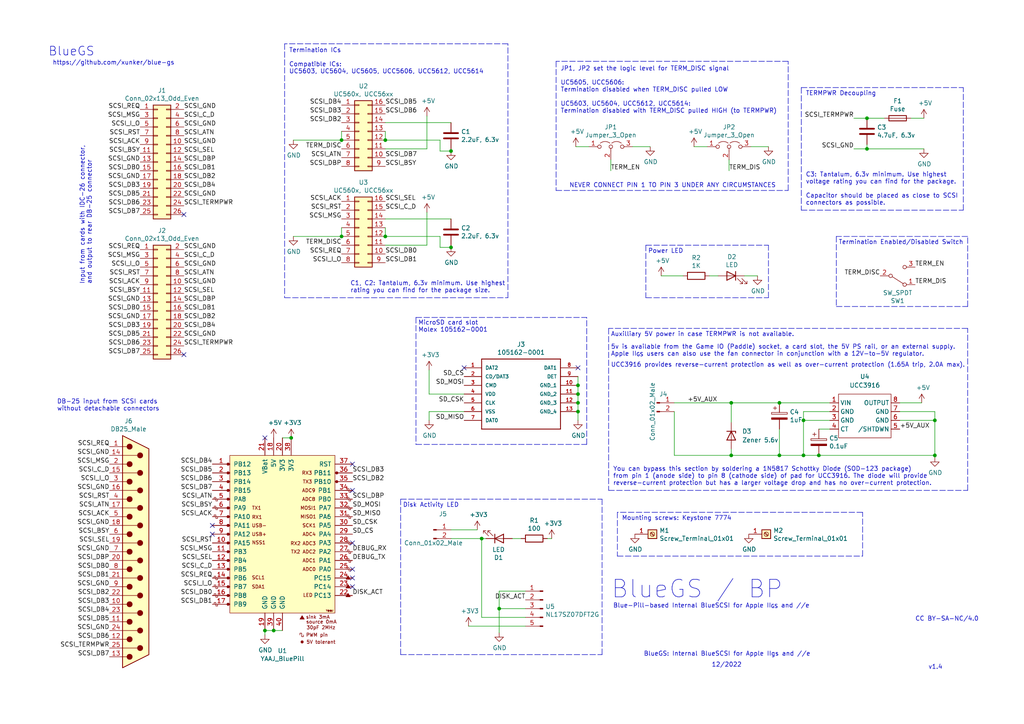
<source format=kicad_sch>
(kicad_sch (version 20211123) (generator eeschema)
  (paper "A4")
  (lib_symbols
    (symbol "105162-0001:105162-0001" (pin_names (offset 1.016))
      (property "Reference" "J" (at 29.21 7.62 0))
      (property "Value" "105162-0001" (at 29.21 5.08 0))
      (symbol "105162-0001_0_0"
        (pin bidirectional line (at 0 0 0) (length 5.08) (name "DAT2") (number "1"))
        (pin bidirectional line (at 33.02 -5.08 180) (length 5.08) (name "GND_1") (number "10"))
        (pin bidirectional line (at 33.02 -7.62 180) (length 5.08) (name "GND_2") (number "11"))
        (pin bidirectional line (at 33.02 -10.16 180) (length 5.08) (name "GND_3") (number "12"))
        (pin bidirectional line (at 33.02 -12.7 180) (length 5.08) (name "GND_4") (number "13"))
        (pin bidirectional line (at 0 -2.54 0) (length 5.08) (name "CD/DAT3") (number "2"))
        (pin bidirectional line (at 0 -5.08 0) (length 5.08) (name "CMD") (number "3"))
        (pin bidirectional line (at 0 -7.62 0) (length 5.08) (name "VDD") (number "4"))
        (pin bidirectional line (at 0 -10.16 0) (length 5.08) (name "CLK") (number "5"))
        (pin bidirectional line (at 0 -12.7 0) (length 5.08) (name "VSS") (number "6"))
        (pin bidirectional line (at 0 -15.24 0) (length 5.08) (name "DAT0") (number "7"))
        (pin bidirectional line (at 33.02 0 180) (length 5.08) (name "DAT1") (number "8"))
        (pin bidirectional line (at 33.02 -2.54 180) (length 5.08) (name "DET") (number "9"))
      )
    )
    (symbol "Connector:Conn_01x02_Male" (pin_names (offset 1.016) hide)
      (property "Reference" "J" (at 0 2.54 0))
      (property "Value" "Conn_01x02_Male" (at 0 -5.08 0))
      (symbol "Conn_01x02_Male_1_1"
        (pin passive line (at 5.08 0 180) (length 3.81) (name "Pin_1") (number "1"))
        (pin passive line (at 5.08 -2.54 180) (length 3.81) (name "Pin_2") (number "2"))
      )
    )
    (symbol "Connector:Conn_01x05_Male" (pin_names (offset 1.016) hide)
      (property "Reference" "J" (at 0 7.62 0))
      (property "Value" "Conn_01x05_Male" (at 0 -7.62 0))
      (symbol "Conn_01x05_Male_1_1"
        (pin passive line (at 5.08 5.08 180) (length 3.81) (name "Pin_1") (number "1"))
        (pin passive line (at 5.08 2.54 180) (length 3.81) (name "Pin_2") (number "2"))
        (pin passive line (at 5.08 0 180) (length 3.81) (name "Pin_3") (number "3"))
        (pin passive line (at 5.08 -2.54 180) (length 3.81) (name "Pin_4") (number "4"))
        (pin passive line (at 5.08 -5.08 180) (length 3.81) (name "Pin_5") (number "5"))
      )
    )
    (symbol "Connector:DB25_Male" (pin_names (offset 1.016) hide)
      (property "Reference" "J" (at 0 34.29 0))
      (property "Value" "DB25_Male" (at 0 -34.925 0))
      (symbol "DB25_Male_1_1"
        (pin passive line (at -7.62 -30.48 0) (length 3.81) (name "1") (number "1"))
        (pin passive line (at -7.62 15.24 0) (length 3.81) (name "10") (number "10"))
        (pin passive line (at -7.62 20.32 0) (length 3.81) (name "11") (number "11"))
        (pin passive line (at -7.62 25.4 0) (length 3.81) (name "12") (number "12"))
        (pin passive line (at -7.62 30.48 0) (length 3.81) (name "13") (number "13"))
        (pin passive line (at -7.62 -27.94 0) (length 3.81) (name "P14") (number "14"))
        (pin passive line (at -7.62 -22.86 0) (length 3.81) (name "P15") (number "15"))
        (pin passive line (at -7.62 -17.78 0) (length 3.81) (name "P16") (number "16"))
        (pin passive line (at -7.62 -12.7 0) (length 3.81) (name "P17") (number "17"))
        (pin passive line (at -7.62 -7.62 0) (length 3.81) (name "P18") (number "18"))
        (pin passive line (at -7.62 -2.54 0) (length 3.81) (name "P19") (number "19"))
        (pin passive line (at -7.62 -25.4 0) (length 3.81) (name "2") (number "2"))
        (pin passive line (at -7.62 2.54 0) (length 3.81) (name "P20") (number "20"))
        (pin passive line (at -7.62 7.62 0) (length 3.81) (name "P21") (number "21"))
        (pin passive line (at -7.62 12.7 0) (length 3.81) (name "P22") (number "22"))
        (pin passive line (at -7.62 17.78 0) (length 3.81) (name "P23") (number "23"))
        (pin passive line (at -7.62 22.86 0) (length 3.81) (name "P24") (number "24"))
        (pin passive line (at -7.62 27.94 0) (length 3.81) (name "P25") (number "25"))
        (pin passive line (at -7.62 -20.32 0) (length 3.81) (name "3") (number "3"))
        (pin passive line (at -7.62 -15.24 0) (length 3.81) (name "4") (number "4"))
        (pin passive line (at -7.62 -10.16 0) (length 3.81) (name "5") (number "5"))
        (pin passive line (at -7.62 -5.08 0) (length 3.81) (name "6") (number "6"))
        (pin passive line (at -7.62 0 0) (length 3.81) (name "7") (number "7"))
        (pin passive line (at -7.62 5.08 0) (length 3.81) (name "8") (number "8"))
        (pin passive line (at -7.62 10.16 0) (length 3.81) (name "9") (number "9"))
      )
    )
    (symbol "Connector:Screw_Terminal_01x01" (pin_names (offset 1.016) hide)
      (property "Reference" "J" (at 0 2.54 0))
      (property "Value" "Screw_Terminal_01x01" (at 0 -2.54 0))
      (symbol "Screw_Terminal_01x01_1_1"
        (pin passive line (at -5.08 0 0) (length 3.81) (name "Pin_1") (number "1"))
      )
    )
    (symbol "Connector_Generic:Conn_02x08_Counter_Clockwise" (pin_names (offset 1.016) hide)
      (property "Reference" "J" (at 1.27 10.16 0))
      (property "Value" "Conn_02x08_Counter_Clockwise" (at 1.27 -12.7 0))
      (symbol "Conn_02x08_Counter_Clockwise_1_1"
        (pin passive line (at -5.08 7.62 0) (length 3.81) (name "Pin_1") (number "1"))
        (pin passive line (at 7.62 -7.62 180) (length 3.81) (name "Pin_10") (number "10"))
        (pin passive line (at 7.62 -5.08 180) (length 3.81) (name "Pin_11") (number "11"))
        (pin passive line (at 7.62 -2.54 180) (length 3.81) (name "Pin_12") (number "12"))
        (pin passive line (at 7.62 0 180) (length 3.81) (name "Pin_13") (number "13"))
        (pin passive line (at 7.62 2.54 180) (length 3.81) (name "Pin_14") (number "14"))
        (pin passive line (at 7.62 5.08 180) (length 3.81) (name "Pin_15") (number "15"))
        (pin passive line (at 7.62 7.62 180) (length 3.81) (name "Pin_16") (number "16"))
        (pin passive line (at -5.08 5.08 0) (length 3.81) (name "Pin_2") (number "2"))
        (pin passive line (at -5.08 2.54 0) (length 3.81) (name "Pin_3") (number "3"))
        (pin passive line (at -5.08 0 0) (length 3.81) (name "Pin_4") (number "4"))
        (pin passive line (at -5.08 -2.54 0) (length 3.81) (name "Pin_5") (number "5"))
        (pin passive line (at -5.08 -5.08 0) (length 3.81) (name "Pin_6") (number "6"))
        (pin passive line (at -5.08 -7.62 0) (length 3.81) (name "Pin_7") (number "7"))
        (pin passive line (at -5.08 -10.16 0) (length 3.81) (name "Pin_8") (number "8"))
        (pin passive line (at 7.62 -10.16 180) (length 3.81) (name "Pin_9") (number "9"))
      )
    )
    (symbol "Connector_Generic:Conn_02x13_Odd_Even" (pin_names (offset 1.016) hide)
      (property "Reference" "J" (at 1.27 17.78 0))
      (property "Value" "Conn_02x13_Odd_Even" (at 1.27 -17.78 0))
      (symbol "Conn_02x13_Odd_Even_1_1"
        (pin passive line (at -5.08 15.24 0) (length 3.81) (name "Pin_1") (number "1"))
        (pin passive line (at 7.62 5.08 180) (length 3.81) (name "Pin_10") (number "10"))
        (pin passive line (at -5.08 2.54 0) (length 3.81) (name "Pin_11") (number "11"))
        (pin passive line (at 7.62 2.54 180) (length 3.81) (name "Pin_12") (number "12"))
        (pin passive line (at -5.08 0 0) (length 3.81) (name "Pin_13") (number "13"))
        (pin passive line (at 7.62 0 180) (length 3.81) (name "Pin_14") (number "14"))
        (pin passive line (at -5.08 -2.54 0) (length 3.81) (name "Pin_15") (number "15"))
        (pin passive line (at 7.62 -2.54 180) (length 3.81) (name "Pin_16") (number "16"))
        (pin passive line (at -5.08 -5.08 0) (length 3.81) (name "Pin_17") (number "17"))
        (pin passive line (at 7.62 -5.08 180) (length 3.81) (name "Pin_18") (number "18"))
        (pin passive line (at -5.08 -7.62 0) (length 3.81) (name "Pin_19") (number "19"))
        (pin passive line (at 7.62 15.24 180) (length 3.81) (name "Pin_2") (number "2"))
        (pin passive line (at 7.62 -7.62 180) (length 3.81) (name "Pin_20") (number "20"))
        (pin passive line (at -5.08 -10.16 0) (length 3.81) (name "Pin_21") (number "21"))
        (pin passive line (at 7.62 -10.16 180) (length 3.81) (name "Pin_22") (number "22"))
        (pin passive line (at -5.08 -12.7 0) (length 3.81) (name "Pin_23") (number "23"))
        (pin passive line (at 7.62 -12.7 180) (length 3.81) (name "Pin_24") (number "24"))
        (pin passive line (at -5.08 -15.24 0) (length 3.81) (name "Pin_25") (number "25"))
        (pin passive line (at 7.62 -15.24 180) (length 3.81) (name "Pin_26") (number "26"))
        (pin passive line (at -5.08 12.7 0) (length 3.81) (name "Pin_3") (number "3"))
        (pin passive line (at 7.62 12.7 180) (length 3.81) (name "Pin_4") (number "4"))
        (pin passive line (at -5.08 10.16 0) (length 3.81) (name "Pin_5") (number "5"))
        (pin passive line (at 7.62 10.16 180) (length 3.81) (name "Pin_6") (number "6"))
        (pin passive line (at -5.08 7.62 0) (length 3.81) (name "Pin_7") (number "7"))
        (pin passive line (at 7.62 7.62 180) (length 3.81) (name "Pin_8") (number "8"))
        (pin passive line (at -5.08 5.08 0) (length 3.81) (name "Pin_9") (number "9"))
      )
    )
    (symbol "Device:C" (pin_numbers hide) (pin_names (offset 0.254))
      (property "Reference" "C" (at 0.635 2.54 0))
      (property "Value" "C" (at 0.635 -2.54 0))
      (symbol "C_1_1"
        (pin passive line (at 0 3.81 270) (length 2.794) (name "~") (number "1"))
        (pin passive line (at 0 -3.81 90) (length 2.794) (name "~") (number "2"))
      )
    )
    (symbol "Device:D_Zener" (pin_numbers hide) (pin_names (offset 1.016) hide)
      (property "Reference" "D" (at 0 2.54 0))
      (property "Value" "D_Zener" (at 0 -2.54 0))
      (symbol "D_Zener_1_1"
        (pin passive line (at -3.81 0 0) (length 2.54) (name "K") (number "1"))
        (pin passive line (at 3.81 0 180) (length 2.54) (name "A") (number "2"))
      )
    )
    (symbol "Device:Fuse" (pin_numbers hide) (pin_names (offset 0))
      (property "Reference" "F" (at 2.032 0 90))
      (property "Value" "Fuse" (at -1.905 0 90))
      (symbol "Fuse_1_1"
        (pin passive line (at 0 3.81 270) (length 1.27) (name "~") (number "1"))
        (pin passive line (at 0 -3.81 90) (length 1.27) (name "~") (number "2"))
      )
    )
    (symbol "Device:LED" (pin_numbers hide) (pin_names (offset 1.016) hide)
      (property "Reference" "D" (at 0 2.54 0))
      (property "Value" "LED" (at 0 -2.54 0))
      (symbol "LED_1_1"
        (pin passive line (at -3.81 0 0) (length 2.54) (name "K") (number "1"))
        (pin passive line (at 3.81 0 180) (length 2.54) (name "A") (number "2"))
      )
    )
    (symbol "Device:R" (pin_numbers hide) (pin_names (offset 0))
      (property "Reference" "R" (at 2.032 0 90))
      (property "Value" "R" (at 0 0 90))
      (symbol "R_1_1"
        (pin passive line (at 0 3.81 270) (length 1.27) (name "~") (number "1"))
        (pin passive line (at 0 -3.81 90) (length 1.27) (name "~") (number "2"))
      )
    )
    (symbol "Power_Management:UCC3916"
      (property "Reference" "U" (at 0 2.54 0))
      (property "Value" "UCC3916" (at 0 5.08 0))
      (symbol "UCC3916_1_1"
        (pin input line (at -10.16 -1.27 0) (length 2.54) (name "VIN") (number "1"))
        (pin output line (at -10.16 -3.81 0) (length 2.54) (name "GND") (number "2"))
        (pin output line (at -10.16 -6.35 0) (length 2.54) (name "GND") (number "3"))
        (pin bidirectional line (at -10.16 -8.89 0) (length 2.54) (name "CT") (number "4"))
        (pin input line (at 10.16 -8.89 180) (length 2.54) (name "/SHTDWN") (number "5"))
        (pin output line (at 10.16 -6.35 180) (length 2.54) (name "GND") (number "6"))
        (pin output line (at 10.16 -3.81 180) (length 2.54) (name "GND") (number "7"))
        (pin output line (at 10.16 -1.27 180) (length 2.54) (name "OUTPUT") (number "8"))
      )
    )
    (symbol "Switch:SW_SPDT" (pin_names (offset 0) hide)
      (property "Reference" "SW" (at 0 4.318 0))
      (property "Value" "SW_SPDT" (at 0 -5.08 0))
      (symbol "SW_SPDT_1_1"
        (pin passive line (at 5.08 2.54 180) (length 2.54) (name "A") (number "1"))
        (pin passive line (at -5.08 0 0) (length 2.54) (name "B") (number "2"))
        (pin passive line (at 5.08 -2.54 180) (length 2.54) (name "C") (number "3"))
      )
    )
    (symbol "bluescsi_iigs_internal-rescue:CP-Device" (pin_numbers hide) (pin_names (offset 0.254))
      (property "Reference" "C" (at 0.635 2.54 0))
      (property "Value" "CP-Device" (at 0.635 -2.54 0))
      (symbol "CP-Device_1_1"
        (pin passive line (at 0 3.81 270) (length 2.794) (name "~") (number "1"))
        (pin passive line (at 0 -3.81 90) (length 2.794) (name "~") (number "2"))
      )
    )
    (symbol "bluescsi_iigs_internal-rescue:Jumper_3_Open-Jumper" (pin_names (offset 0) hide)
      (property "Reference" "JP" (at -2.54 -2.54 0))
      (property "Value" "Jumper_3_Open-Jumper" (at 0 2.794 0))
      (symbol "Jumper_3_Open-Jumper_1_1"
        (pin passive line (at -6.35 0 0) (length 2.54) (name "A") (number "1"))
        (pin input line (at 0 -3.81 90) (length 2.54) (name "C") (number "2"))
        (pin passive line (at 6.35 0 180) (length 2.54) (name "B") (number "3"))
      )
    )
    (symbol "bluescsi_iigs_internal-rescue:YAAJ_BluePill-MCU_ST_STM32F1" (pin_names (offset 1.016))
      (property "Reference" "U" (at -13.97 24.13 0))
      (property "Value" "YAAJ_BluePill-MCU_ST_STM32F1" (at 0 6.35 90))
      (symbol "YAAJ_BluePill-MCU_ST_STM32F1_0_0"
        (text "30pF 2MHz" (at 11.176 -27.051 0) (effects (font (size 0.9906 0.9906))))
        (text "5V tolerant" (at 11.176 -31.242 0) (effects (font (size 0.9906 0.9906))))
        (text "ADC0" (at 7.747 -10.16 0) (effects (font (size 0.9906 0.9906))))
        (text "ADC1" (at 7.747 -7.62 0) (effects (font (size 0.9906 0.9906))))
        (text "ADC2" (at 7.747 -5.08 0) (effects (font (size 0.9906 0.9906))))
        (text "ADC3" (at 7.747 -2.667 0) (effects (font (size 0.9906 0.9906))))
        (text "ADC4" (at 7.747 0 0) (effects (font (size 0.9906 0.9906))))
        (text "ADC8" (at 7.62 10.16 0) (effects (font (size 0.9906 0.9906))))
        (text "ADC9" (at 7.62 12.7 0) (effects (font (size 0.9906 0.9906))))
        (text "LED" (at 7.366 -17.653 0) (effects (font (size 0.9906 0.9906))))
        (text "MISO1" (at 7.493 5.08 0) (effects (font (size 0.9906 0.9906))))
        (text "MOSI1" (at 7.493 7.62 0) (effects (font (size 0.9906 0.9906))))
        (text "NSS1" (at -6.858 -2.413 0) (effects (font (size 0.9906 0.9906))))
        (text "PWM pin" (at 10.033 -29.21 0) (effects (font (size 0.9906 0.9906))))
        (text "RX1" (at -7.366 4.953 0) (effects (font (size 0.9906 0.9906))))
        (text "RX2" (at 3.81 -2.667 0) (effects (font (size 0.9906 0.9906))))
        (text "RX3" (at 7.112 17.78 0) (effects (font (size 0.9906 0.9906))))
        (text "SCK1" (at 7.747 2.54 0) (effects (font (size 0.9906 0.9906))))
        (text "SCL1" (at -6.985 -12.573 0) (effects (font (size 0.9906 0.9906))))
        (text "SDA1" (at -6.985 -15.24 0) (effects (font (size 0.9906 0.9906))))
        (text "sink 3mA" (at 10.287 -24.003 0) (effects (font (size 0.9906 0.9906))))
        (text "source 0mA" (at 11.303 -25.4 0) (effects (font (size 0.9906 0.9906))))
        (text "TX1" (at -7.493 7.62 0) (effects (font (size 0.9906 0.9906))))
        (text "TX2" (at 3.81 -5.08 0) (effects (font (size 0.9906 0.9906))))
        (text "TX3" (at 7.239 15.24 0) (effects (font (size 0.9906 0.9906))))
        (text "USB+" (at -6.731 0 0) (effects (font (size 0.9906 0.9906))))
        (text "USB-" (at -6.731 2.54 0) (effects (font (size 0.9906 0.9906))))
        (text "Y@@J" (at 13.6906 -22.1488 0) (effects (font (size 0.508 0.508))))
      )
      (symbol "YAAJ_BluePill-MCU_ST_STM32F1_1_1"
        (pin bidirectional line (at -20.32 20.32 0) (length 5.08) (name "PB12") (number "1"))
        (pin bidirectional line (at -20.32 -2.54 0) (length 5.08) (name "PA15") (number "10"))
        (pin bidirectional line (at -20.32 -5.08 0) (length 5.08) (name "PB3") (number "11"))
        (pin bidirectional line (at -20.32 -7.62 0) (length 5.08) (name "PB4") (number "12"))
        (pin bidirectional line (at -20.32 -10.16 0) (length 5.08) (name "PB5") (number "13"))
        (pin bidirectional line (at -20.32 -12.7 0) (length 5.08) (name "PB6") (number "14"))
        (pin bidirectional line (at -20.32 -15.24 0) (length 5.08) (name "PB7") (number "15"))
        (pin bidirectional line (at -20.32 -17.78 0) (length 5.08) (name "PB8") (number "16"))
        (pin bidirectional line (at -20.32 -20.32 0) (length 5.08) (name "PB9") (number "17"))
        (pin power_in line (at -2.54 27.94 270) (length 5.08) (name "5V") (number "18"))
        (pin power_in line (at -5.08 -27.94 90) (length 5.08) (name "GND") (number "19"))
        (pin bidirectional line (at -20.32 17.78 0) (length 5.08) (name "PB13") (number "2"))
        (pin power_in line (at 0 27.94 270) (length 5.08) (name "3V3") (number "20"))
        (pin power_in line (at -5.08 27.94 270) (length 5.08) (name "VBat") (number "21"))
        (pin bidirectional line (at 20.32 -17.78 180) (length 5.08) (name "PC13") (number "22"))
        (pin bidirectional line (at 20.32 -15.24 180) (length 5.08) (name "PC14") (number "23"))
        (pin bidirectional line (at 20.32 -12.7 180) (length 5.08) (name "PC15") (number "24"))
        (pin bidirectional line (at 20.32 -10.16 180) (length 5.08) (name "PA0") (number "25"))
        (pin bidirectional line (at 20.32 -7.62 180) (length 5.08) (name "PA1") (number "26"))
        (pin bidirectional line (at 20.32 -5.08 180) (length 5.08) (name "PA2") (number "27"))
        (pin bidirectional line (at 20.32 -2.54 180) (length 5.08) (name "PA3") (number "28"))
        (pin bidirectional line (at 20.32 0 180) (length 5.08) (name "PA4") (number "29"))
        (pin bidirectional line (at -20.32 15.24 0) (length 5.08) (name "PB14") (number "3"))
        (pin bidirectional line (at 20.32 2.54 180) (length 5.08) (name "PA5") (number "30"))
        (pin bidirectional line (at 20.32 5.08 180) (length 5.08) (name "PA6") (number "31"))
        (pin bidirectional line (at 20.32 7.62 180) (length 5.08) (name "PA7") (number "32"))
        (pin bidirectional line (at 20.32 10.16 180) (length 5.08) (name "PB0") (number "33"))
        (pin bidirectional line (at 20.32 12.7 180) (length 5.08) (name "PB1") (number "34"))
        (pin bidirectional line (at 20.32 15.24 180) (length 5.08) (name "PB10") (number "35"))
        (pin bidirectional line (at 20.32 17.78 180) (length 5.08) (name "PB11") (number "36"))
        (pin input line (at 20.32 20.32 180) (length 5.08) (name "RST") (number "37"))
        (pin power_in line (at 2.54 27.94 270) (length 5.08) (name "3V3") (number "38"))
        (pin power_in line (at -2.54 -27.94 90) (length 5.08) (name "GND") (number "39"))
        (pin bidirectional line (at -20.32 12.7 0) (length 5.08) (name "PB15") (number "4"))
        (pin power_in line (at 0 -27.94 90) (length 5.08) (name "GND") (number "40"))
        (pin bidirectional line (at -20.32 10.16 0) (length 5.08) (name "PA8") (number "5"))
        (pin bidirectional line (at -20.32 7.62 0) (length 5.08) (name "PA9") (number "6"))
        (pin bidirectional line (at -20.32 5.08 0) (length 5.08) (name "PA10") (number "7"))
        (pin bidirectional line (at -20.32 2.54 0) (length 5.08) (name "PA11") (number "8"))
        (pin bidirectional line (at -20.32 0 0) (length 5.08) (name "PA12") (number "9"))
      )
    )
    (symbol "power:+3.3V" (power) (pin_names (offset 0))
      (property "Value" "+3.3V" (at 0 3.556 0))
      (symbol "+3.3V_1_1"
        (pin power_in line (at 0 0 90) (length 0) hide (name "+3V3") (number "1"))
      )
    )
    (symbol "power:+5V" (power) (pin_names (offset 0))
      (property "Value" "+5V" (at 0 3.556 0))
      (symbol "+5V_1_1"
        (pin power_in line (at 0 0 90) (length 0) hide (name "+5V") (number "1"))
      )
    )
    (symbol "power:GND" (power) (pin_names (offset 0))
      (property "Value" "GND" (at 0 -3.81 0))
      (symbol "GND_1_1"
        (pin power_in line (at 0 0 270) (length 0) hide (name "GND") (number "1"))
      )
    )
  )
  (junction (at 130.81 71.755))
  (junction (at 130.81 43.815))
  (junction (at 251.46 43.18))
  (junction (at 167.64 119.38))
  (junction (at 99.06 40.64))
  (junction (at 111.76 68.58))
  (junction (at 233.045 121.92))
  (junction (at 139.7 156.21))
  (junction (at 167.64 114.3))
  (junction (at 111.76 40.64))
  (junction (at 226.06 116.84))
  (junction (at 144.78 176.53))
  (junction (at 99.06 68.58))
  (junction (at 167.64 116.84))
  (junction (at 251.46 34.29))
  (junction (at 76.835 182.88))
  (junction (at 271.145 121.92))
  (junction (at 271.145 132.08))
  (junction (at 233.045 132.08))
  (junction (at 226.06 132.08))
  (junction (at 79.375 182.88))
  (junction (at 84.455 127))
  (junction (at 167.64 111.76))
  (junction (at 212.09 132.08))
  (junction (at 237.49 132.08))
  (junction (at 212.09 116.84))
  (no_connect (at 53.34 62.23))
  (no_connect (at 53.34 102.87))
  (no_connect (at 76.835 127))
  (no_connect (at 61.595 154.94))
  (no_connect (at 102.235 157.48))
  (no_connect (at 102.235 142.24))
  (no_connect (at 134.62 106.68))
  (no_connect (at 102.235 170.18))
  (no_connect (at 102.235 134.62))
  (no_connect (at 61.595 152.4))
  (no_connect (at 167.64 106.68))
  (no_connect (at 102.235 167.64))
  (no_connect (at 102.235 165.1))
  (wire (pts (xy 212.09 116.84) (xy 226.06 116.84)))
  (polyline (pts (xy 228.6 55.245) (xy 228.6 17.78)))
  (wire (pts (xy 111.76 66.04) (xy 111.76 68.58)))
  (wire (pts (xy 99.06 38.1) (xy 99.06 40.64)))
  (polyline (pts (xy 222.885 86.36) (xy 222.885 71.12)))
  (polyline (pts (xy 116.205 144.78) (xy 116.205 189.865)))
  (wire (pts (xy 237.49 132.08) (xy 271.145 132.08)))
  (polyline (pts (xy 116.205 144.78) (xy 174.625 144.78)))
  (polyline (pts (xy 228.6 17.78) (xy 161.29 17.78)))
  (polyline (pts (xy 116.205 189.865) (xy 174.625 189.865)))
  (wire (pts (xy 251.46 41.91) (xy 251.46 43.18)))
  (wire (pts (xy 260.985 116.84) (xy 267.335 116.84)))
  (polyline (pts (xy 280.67 68.58) (xy 242.57 68.58)))
  (wire (pts (xy 217.805 42.545) (xy 222.885 42.545)))
  (wire (pts (xy 271.145 132.715) (xy 271.145 132.08)))
  (wire (pts (xy 183.515 42.545) (xy 188.595 42.545)))
  (polyline (pts (xy 242.57 68.58) (xy 242.57 88.9)))
  (polyline (pts (xy 170.18 128.905) (xy 170.18 92.075)))
  (wire (pts (xy 264.16 34.29) (xy 267.97 34.29)))
  (wire (pts (xy 195.58 132.08) (xy 195.58 119.38)))
  (wire (pts (xy 167.64 114.3) (xy 167.64 116.84)))
  (wire (pts (xy 233.045 132.08) (xy 237.49 132.08)))
  (wire (pts (xy 212.09 130.175) (xy 212.09 132.08)))
  (wire (pts (xy 233.045 121.92) (xy 233.045 132.08)))
  (polyline (pts (xy 179.07 161.29) (xy 250.19 161.29)))
  (wire (pts (xy 226.06 124.46) (xy 226.06 132.08)))
  (wire (pts (xy 127.635 68.58) (xy 127.635 71.755)))
  (wire (pts (xy 111.76 71.12) (xy 123.825 71.12)))
  (wire (pts (xy 79.375 182.88) (xy 81.915 182.88)))
  (polyline (pts (xy 174.625 189.865) (xy 174.625 144.78)))
  (polyline (pts (xy 187.325 86.36) (xy 222.885 86.36)))
  (polyline (pts (xy 120.65 128.905) (xy 170.18 128.905)))
  (wire (pts (xy 76.835 182.88) (xy 76.835 184.15)))
  (wire (pts (xy 226.06 132.08) (xy 233.045 132.08)))
  (wire (pts (xy 233.045 119.38) (xy 240.665 119.38)))
  (wire (pts (xy 111.76 35.56) (xy 130.81 35.56)))
  (wire (pts (xy 201.295 42.545) (xy 205.105 42.545)))
  (polyline (pts (xy 187.325 71.12) (xy 222.885 71.12)))
  (polyline (pts (xy 279.4 60.96) (xy 279.4 25.4)))
  (wire (pts (xy 130.81 43.18) (xy 130.81 43.815)))
  (wire (pts (xy 167.64 119.38) (xy 167.64 121.92)))
  (wire (pts (xy 167.64 111.76) (xy 167.64 114.3)))
  (wire (pts (xy 111.76 40.64) (xy 127.635 40.64)))
  (wire (pts (xy 130.81 71.12) (xy 130.81 71.755)))
  (polyline (pts (xy 187.325 71.12) (xy 187.325 86.36)))
  (wire (pts (xy 152.4 176.53) (xy 144.78 176.53)))
  (polyline (pts (xy 176.53 95.25) (xy 176.53 142.24)))
  (wire (pts (xy 251.46 34.29) (xy 256.54 34.29)))
  (wire (pts (xy 226.06 116.84) (xy 240.665 116.84)))
  (wire (pts (xy 177.165 49.53) (xy 177.165 46.355)))
  (wire (pts (xy 198.12 80.01) (xy 191.77 80.01)))
  (wire (pts (xy 111.76 43.18) (xy 123.825 43.18)))
  (polyline (pts (xy 232.41 25.4) (xy 279.4 25.4)))
  (polyline (pts (xy 161.29 17.78) (xy 161.29 55.245)))
  (wire (pts (xy 139.7 179.07) (xy 139.7 156.21)))
  (wire (pts (xy 135.89 181.61) (xy 152.4 181.61)))
  (polyline (pts (xy 161.29 55.245) (xy 228.6 55.245)))
  (polyline (pts (xy 147.32 86.36) (xy 147.32 12.7)))
  (wire (pts (xy 158.75 156.21) (xy 160.02 156.21)))
  (polyline (pts (xy 280.67 95.25) (xy 176.53 95.25)))
  (wire (pts (xy 111.76 38.1) (xy 111.76 40.64)))
  (wire (pts (xy 167.64 109.22) (xy 167.64 111.76)))
  (wire (pts (xy 144.78 171.45) (xy 144.78 176.53)))
  (wire (pts (xy 139.7 156.21) (xy 140.97 156.21)))
  (wire (pts (xy 233.045 121.92) (xy 240.665 121.92)))
  (wire (pts (xy 152.4 179.07) (xy 139.7 179.07)))
  (polyline (pts (xy 250.19 161.29) (xy 250.19 148.59)))
  (wire (pts (xy 99.06 66.04) (xy 99.06 68.58)))
  (wire (pts (xy 237.49 124.46) (xy 240.665 124.46)))
  (polyline (pts (xy 280.67 88.9) (xy 280.67 68.58)))
  (wire (pts (xy 271.145 121.92) (xy 271.145 119.38)))
  (wire (pts (xy 211.455 49.53) (xy 211.455 46.355)))
  (polyline (pts (xy 232.41 60.96) (xy 279.4 60.96)))
  (wire (pts (xy 212.09 122.555) (xy 212.09 116.84)))
  (wire (pts (xy 260.985 121.92) (xy 271.145 121.92)))
  (wire (pts (xy 123.825 33.655) (xy 123.825 43.18)))
  (wire (pts (xy 260.985 119.38) (xy 271.145 119.38)))
  (wire (pts (xy 130.81 156.21) (xy 139.7 156.21)))
  (wire (pts (xy 195.58 132.08) (xy 212.09 132.08)))
  (wire (pts (xy 85.09 68.58) (xy 99.06 68.58)))
  (wire (pts (xy 127.635 43.815) (xy 130.81 43.815)))
  (wire (pts (xy 271.145 132.08) (xy 271.145 121.92)))
  (wire (pts (xy 152.4 171.45) (xy 144.78 171.45)))
  (wire (pts (xy 167.64 116.84) (xy 167.64 119.38)))
  (polyline (pts (xy 120.65 92.075) (xy 170.18 92.075)))
  (wire (pts (xy 195.58 116.84) (xy 212.09 116.84)))
  (polyline (pts (xy 179.07 148.59) (xy 179.07 161.29)))
  (wire (pts (xy 233.045 119.38) (xy 233.045 121.92)))
  (wire (pts (xy 124.46 107.315) (xy 124.46 114.3)))
  (polyline (pts (xy 280.67 142.24) (xy 280.67 95.25)))
  (wire (pts (xy 130.81 153.67) (xy 138.43 153.67)))
  (polyline (pts (xy 82.55 86.36) (xy 147.32 86.36)))
  (wire (pts (xy 212.09 132.08) (xy 226.06 132.08)))
  (wire (pts (xy 81.915 127) (xy 84.455 127)))
  (wire (pts (xy 134.62 119.38) (xy 124.46 119.38)))
  (polyline (pts (xy 250.19 148.59) (xy 179.07 148.59)))
  (polyline (pts (xy 242.57 88.9) (xy 280.67 88.9)))
  (wire (pts (xy 127.635 71.755) (xy 130.81 71.755)))
  (polyline (pts (xy 120.65 92.075) (xy 120.65 128.905)))
  (polyline (pts (xy 82.55 12.7) (xy 82.55 86.36)))
  (polyline (pts (xy 232.41 25.4) (xy 232.41 60.96)))
  (wire (pts (xy 124.46 119.38) (xy 124.46 121.92)))
  (polyline (pts (xy 176.53 142.24) (xy 280.67 142.24)))
  (wire (pts (xy 167.005 42.545) (xy 170.815 42.545)))
  (wire (pts (xy 247.65 43.18) (xy 251.46 43.18)))
  (wire (pts (xy 144.78 176.53) (xy 144.78 183.515)))
  (wire (pts (xy 251.46 43.18) (xy 267.97 43.18)))
  (wire (pts (xy 205.74 80.01) (xy 208.28 80.01)))
  (polyline (pts (xy 147.32 12.7) (xy 82.55 12.7)))
  (wire (pts (xy 148.59 156.21) (xy 151.13 156.21)))
  (wire (pts (xy 123.825 71.12) (xy 123.825 61.595)))
  (wire (pts (xy 247.65 34.29) (xy 251.46 34.29)))
  (wire (pts (xy 127.635 40.64) (xy 127.635 43.815)))
  (wire (pts (xy 76.835 182.88) (xy 79.375 182.88)))
  (wire (pts (xy 124.46 114.3) (xy 134.62 114.3)))
  (wire (pts (xy 215.9 80.01) (xy 219.71 80.01)))
  (wire (pts (xy 111.76 63.5) (xy 130.81 63.5)))
  (wire (pts (xy 111.76 68.58) (xy 127.635 68.58)))
  (wire (pts (xy 85.09 40.64) (xy 99.06 40.64)))
  (text "C3: Tantalum, 6.3v minimum. Use highest\nvoltage rating you can find for the package.\n\nCapacitor should be placed as close to SCSI\nconnectors as possible." (at 233.68 59.69 0) (effects (font (size 1.27 1.27)) (justify left bottom)))
  (text "BlueGS" (at 13.97 16.51 0) (effects (font (size 2.54 2.54)) (justify left bottom)))
  (text "NEVER CONNECT PIN 1 TO PIN 3 UNDER ANY CIRCUMSTANCES" (at 165.1 54.61 0) (effects (font (size 1.27 1.27)) (justify left bottom)))
  (text "Termination Enabled/Disabled Switch" (at 243.205 71.12 0) (effects (font (size 1.27 1.27)) (justify left bottom)))
  (text "5v is available from the Game IO (Paddle) socket, a card slot, the 5V PS rail, or an external supply.\nApple II_{GS} users can also use the fan connector in conjunction with a 12V-to-5V regulator. " (at 177.165 103.505 0) (effects (font (size 1.27 1.27)) (justify left bottom)))
  (text "BlueGS / BP" (at 177.165 173.99 0) (effects (font (size 5.08 5.08)) (justify left bottom)))
  (text "12/2022" (at 206.375 193.675 0) (effects (font (size 1.27 1.27)) (justify left bottom)))
  (text "Power LED" (at 187.96 73.66 0) (effects (font (size 1.27 1.27)) (justify left bottom)))
  (text "https://github.com/xunker/blue-gs" (at 15.24 19.05 0) (effects (font (size 1.27 1.27)) (justify left bottom)))
  (text "CC BY-SA-NC/4.0" (at 265.43 180.34 0) (effects (font (size 1.27 1.27)) (justify left bottom)))
  (text "JP1, JP2 set the logic level for TERM_DISC signal\n\nUC5605, UCC5606:\nTermination disabled when TERM_DISC pulled LOW\n\nUC5603, UC5604, UCC5612, UCC5614:\nTermination disabled with TERM_DISC pulled HIGH (to TERMPWR)" (at 162.56 33.02 0) (effects (font (size 1.27 1.27)) (justify left bottom)))
  (text "DB-25 input from SCSI cards\nwithout detachable connectors" (at 16.51 119.38 0) (effects (font (size 1.27 1.27)) (justify left bottom)))
  (text "UCC3916 provides reverse-current protection as well as over-current protection (1.65A trip, 2.0A max)." (at 177.165 106.68 0) (effects (font (size 1.27 1.27)) (justify left bottom)))
  (text "C1, C2: Tantalum, 6.3v minimum. Use highest\nrating you can find for the package size.\n" (at 101.6 85.09 0) (effects (font (size 1.27 1.27)) (justify left bottom)))
  (text "You can bypass this section by soldering a 1N5817 Schottky Diode (SOD-123 package)\nfrom pin 1 (anode side) to pin 8 (cathode side) of pad for UCC3916. The diode will provide\nreverse-current protection but has a larger voltage drop and has no over-current protection." (at 177.8 140.97 0) (effects (font (size 1.27 1.27)) (justify left bottom)))
  (text "Mounting screws: Keystone 7774" (at 180.34 151.13 0) (effects (font (size 1.27 1.27)) (justify left bottom)))
  (text "Auxilliary 5V power in case TERMPWR is not available." (at 177.165 97.79 0) (effects (font (size 1.27 1.27)) (justify left bottom)))
  (text "Blue-Pill-based Internal BlueSCSI for Apple II_{GS} and //e" (at 177.8 176.53 0) (effects (font (size 1.27 1.27)) (justify left bottom)))
  (text "BlueGS: Internal BlueSCSI for Apple IIgs and //e" (at 186.69 190.5 0) (effects (font (size 1.27 1.27)) (justify left bottom)))
  (text "Disk Activity LED" (at 116.84 147.32 0) (effects (font (size 1.27 1.27)) (justify left bottom)))
  (text "Input from cards with IDC-26 connector,\nand output to rear DB-25 connector" (at 26.67 82.55 90) (effects (font (size 1.27 1.27)) (justify left bottom)))
  (text "MicroSD card slot\nMolex 105162-0001" (at 121.285 96.52 0) (effects (font (size 1.27 1.27)) (justify left bottom)))
  (text "TERMPWR Decoupling" (at 233.68 27.94 0) (effects (font (size 1.27 1.27)) (justify left bottom)))
  (text "Termination ICs\n\nCompatible ICs:\nUC5603, UC5604, UC5605, UCC5606, UCC5612, UCC5614" (at 83.82 21.59 0) (effects (font (size 1.27 1.27)) (justify left bottom)))
  (text "v1.4" (at 269.24 194.31 0) (effects (font (size 1.27 1.27)) (justify left bottom)))
  (label "SCSI_GND" (at 53.34 31.75 0))
  (label "SCSI_DB2" (at 102.235 139.7 0))
  (label "SCSI_DB6" (at 40.64 100.33 180))
  (label "SCSI_DB4" (at 53.34 95.25 0))
  (label "SD_MOSI" (at 102.235 147.32 0))
  (label "SCSI_MSG" (at 31.75 134.62 180))
  (label "SCSI_C_D" (at 111.76 60.96 0))
  (label "SCSI_GND" (at 31.75 142.24 180))
  (label "SCSI_GND" (at 40.64 46.99 180))
  (label "SCSI_GND" (at 53.34 36.83 0))
  (label "TERM_EN" (at 265.43 77.47 0))
  (label "SCSI_DB7" (at 40.64 62.23 180))
  (label "SCSI_DB1" (at 53.34 49.53 0))
  (label "SCSI_DB3" (at 102.235 137.16 0))
  (label "+5V_AUX" (at 260.985 124.46 0))
  (label "SCSI_TERMPWR" (at 53.34 100.33 0))
  (label "SCSI_DB0" (at 31.75 165.1 180))
  (label "SCSI_DB2" (at 99.06 35.56 180))
  (label "SCSI_BSY" (at 61.595 147.32 180))
  (label "SCSI_RST" (at 40.64 80.01 180))
  (label "SCSI_TERMPWR" (at 31.75 187.96 180))
  (label "SCSI_GND" (at 53.34 41.91 0))
  (label "SCSI_I_O" (at 31.75 139.7 180))
  (label "SCSI_ATN" (at 53.34 80.01 0))
  (label "SCSI_DB1" (at 111.76 76.2 0))
  (label "SCSI_BSY" (at 40.64 44.45 180))
  (label "SCSI_DB5" (at 40.64 97.79 180))
  (label "DISK_ACT" (at 102.235 172.72 0))
  (label "SCSI_REQ" (at 40.64 72.39 180))
  (label "SCSI_I_O" (at 40.64 36.83 180))
  (label "SCSI_SEL" (at 111.76 58.42 0))
  (label "SCSI_I_O" (at 61.595 170.18 180))
  (label "SCSI_DB6" (at 61.595 139.7 180))
  (label "TERM_DIS" (at 265.43 82.55 0))
  (label "SCSI_DB4" (at 53.34 54.61 0))
  (label "SCSI_GND" (at 40.64 87.63 180))
  (label "SD_MISO" (at 102.235 149.86 0))
  (label "SCSI_GND" (at 40.64 92.71 180))
  (label "SCSI_C_D" (at 53.34 74.93 0))
  (label "SD_CSK" (at 134.62 116.84 180))
  (label "SCSI_REQ" (at 99.06 73.66 180))
  (label "DEBUG_RX" (at 102.235 160.02 0))
  (label "SCSI_RST" (at 61.595 157.48 180))
  (label "SCSI_DB2" (at 53.34 92.71 0))
  (label "SCSI_DB0" (at 111.76 73.66 0))
  (label "TERM_DIS" (at 211.455 49.53 0))
  (label "TERM_DISC" (at 255.27 80.01 180))
  (label "SCSI_MSG" (at 99.06 63.5 180))
  (label "SCSI_GND" (at 53.34 57.15 0))
  (label "SD_MISO" (at 134.62 121.92 180))
  (label "SCSI_DB4" (at 61.595 134.62 180))
  (label "SCSI_MSG" (at 40.64 34.29 180))
  (label "SCSI_DBP" (at 53.34 87.63 0))
  (label "SCSI_TERMPWR" (at 53.34 59.69 0))
  (label "SCSI_C_D" (at 53.34 34.29 0))
  (label "SCSI_ATN" (at 61.595 144.78 180))
  (label "SCSI_RST" (at 31.75 144.78 180))
  (label "SCSI_DB6" (at 111.76 33.02 0))
  (label "SCSI_REQ" (at 61.595 167.64 180))
  (label "SCSI_DB3" (at 40.64 95.25 180))
  (label "SCSI_I_O" (at 99.06 76.2 180))
  (label "SCSI_DB2" (at 53.34 52.07 0))
  (label "SD_CS" (at 102.235 154.94 0))
  (label "SCSI_DB5" (at 40.64 57.15 180))
  (label "SCSI_GND" (at 53.34 72.39 0))
  (label "SCSI_BSY" (at 40.64 85.09 180))
  (label "SCSI_ACK" (at 31.75 149.86 180))
  (label "SCSI_DB3" (at 99.06 33.02 180))
  (label "SCSI_DBP" (at 53.34 46.99 0))
  (label "SCSI_TERMPWR" (at 247.65 34.29 180))
  (label "DEBUG_TX" (at 102.235 162.56 0))
  (label "SCSI_MSG" (at 61.595 160.02 180))
  (label "SD_CSK" (at 102.235 152.4 0))
  (label "SCSI_SEL" (at 53.34 85.09 0))
  (label "TERM_EN" (at 177.165 49.53 0))
  (label "SCSI_DB7" (at 40.64 102.87 180))
  (label "SCSI_SEL" (at 31.75 157.48 180))
  (label "SCSI_RST" (at 99.06 60.96 180))
  (label "SCSI_DB3" (at 31.75 175.26 180))
  (label "SCSI_DB6" (at 40.64 59.69 180))
  (label "SCSI_GND" (at 40.64 52.07 180))
  (label "SCSI_DB2" (at 31.75 172.72 180))
  (label "SCSI_GND" (at 31.75 132.08 180))
  (label "SCSI_DB1" (at 53.34 90.17 0))
  (label "SCSI_DB5" (at 61.595 137.16 180))
  (label "SCSI_GND" (at 31.75 152.4 180))
  (label "SD_CS" (at 134.62 109.22 180))
  (label "SCSI_DB7" (at 61.595 142.24 180))
  (label "SCSI_C_D" (at 31.75 137.16 180))
  (label "SCSI_DB6" (at 31.75 185.42 180))
  (label "SCSI_ACK" (at 40.64 41.91 180))
  (label "SCSI_DB5" (at 111.76 30.48 0))
  (label "SCSI_BSY" (at 31.75 154.94 180))
  (label "SCSI_ACK" (at 61.595 149.86 180))
  (label "SCSI_GND" (at 53.34 82.55 0))
  (label "SCSI_I_O" (at 40.64 77.47 180))
  (label "SCSI_BSY" (at 111.76 48.26 0))
  (label "SCSI_RST" (at 40.64 39.37 180))
  (label "SCSI_DB7" (at 111.76 45.72 0))
  (label "SCSI_GND" (at 31.75 160.02 180))
  (label "SCSI_DB4" (at 99.06 30.48 180))
  (label "TERM_DISC" (at 99.06 71.12 180))
  (label "SCSI_SEL" (at 53.34 44.45 0))
  (label "SCSI_GND" (at 247.65 43.18 180))
  (label "SCSI_REQ" (at 31.75 129.54 180))
  (label "SCSI_GND" (at 53.34 77.47 0))
  (label "SCSI_C_D" (at 61.595 165.1 180))
  (label "SCSI_DB3" (at 40.64 54.61 180))
  (label "SCSI_DB4" (at 31.75 177.8 180))
  (label "SCSI_ATN" (at 53.34 39.37 0))
  (label "SCSI_ATN" (at 31.75 147.32 180))
  (label "DISK_ACT" (at 152.4 173.99 180))
  (label "SCSI_DBP" (at 31.75 162.56 180))
  (label "TERM_DISC" (at 99.06 43.18 180))
  (label "SCSI_ATN" (at 99.06 45.72 180))
  (label "SCSI_SEL" (at 61.595 162.56 180))
  (label "SCSI_DBP" (at 99.06 48.26 180))
  (label "SCSI_DB1" (at 31.75 167.64 180))
  (label "SD_MOSI" (at 134.62 111.76 180))
  (label "SCSI_GND" (at 31.75 182.88 180))
  (label "SCSI_DB0" (at 61.595 172.72 180))
  (label "SCSI_GND" (at 31.75 170.18 180))
  (label "SCSI_DB7" (at 31.75 190.5 180))
  (label "SCSI_ACK" (at 99.06 58.42 180))
  (label "SCSI_DB0" (at 40.64 90.17 180))
  (label "SCSI_DB0" (at 40.64 49.53 180))
  (label "SCSI_GND" (at 53.34 97.79 0))
  (label "SCSI_REQ" (at 40.64 31.75 180))
  (label "SCSI_ACK" (at 40.64 82.55 180))
  (label "SCSI_DB5" (at 31.75 180.34 180))
  (label "SCSI_MSG" (at 40.64 74.93 180))
  (label "SCSI_DB1" (at 61.595 175.26 180))
  (label "SCSI_DBP" (at 102.235 144.78 0))
  (label "+5V_AUX" (at 199.39 116.84 0))
  (symbol (lib_id "bluescsi_iigs_internal-rescue:YAAJ_BluePill-MCU_ST_STM32F1") (at 81.915 154.94 0) (unit 1)
    (property "Reference" "U1" (at 81.915 188.7474 0))
    (property "Value" "YAAJ_BluePill" (at 81.915 191.0588 0))
    (property "Footprint" "my library:YAAJ_BluePill_2" (effects hide))
  )
  (symbol (lib_id "Connector_Generic:Conn_02x13_Odd_Even") (at 45.72 46.99 0) (unit 1)
    (property "Reference" "J1" (at 46.99 26.2382 0))
    (property "Value" "Conn_02x13_Odd_Even" (at 46.99 28.5496 0))
    (property "Footprint" "Connector_PinHeader_2.54mm:PinHeader_2x13_P2.54mm_Vertical" (effects hide))
  )
  (symbol (lib_id "Connector_Generic:Conn_02x13_Odd_Even") (at 45.72 87.63 0) (unit 1)
    (property "Reference" "J2" (at 46.99 66.8782 0))
    (property "Value" "Conn_02x13_Odd_Even" (at 46.99 69.1896 0))
    (property "Footprint" "Connector_PinHeader_2.54mm:PinHeader_2x13_P2.54mm_Vertical" (effects hide))
  )
  (symbol (lib_id "power:+5V") (at 267.97 34.29 0) (unit 1)
    (property "Reference" "#PWR0101" (effects hide))
    (property "Value" "+5V" (at 268.351 29.8958 0))
  )
  (symbol (lib_id "power:GND") (at 267.97 43.18 0) (unit 1)
    (property "Reference" "#PWR0102" (effects hide))
    (property "Value" "GND" (at 268.097 47.5742 0))
  )
  (symbol (lib_id "power:GND") (at 76.835 184.15 0) (unit 1)
    (property "Reference" "#PWR0103" (effects hide))
    (property "Value" "GND" (at 76.962 188.5442 0))
  )
  (symbol (lib_id "power:+5V") (at 79.375 127 0) (unit 1)
    (property "Reference" "#PWR0104" (effects hide))
    (property "Value" "+5V" (at 79.756 122.6058 0))
  )
  (symbol (lib_id "power:+3.3V") (at 124.46 107.315 0) (unit 1)
    (property "Reference" "#PWR0105" (effects hide))
    (property "Value" "+3.3V" (at 124.841 102.9208 0))
  )
  (symbol (lib_id "power:+3.3V") (at 84.455 127 0) (unit 1)
    (property "Reference" "#PWR0107" (effects hide))
    (property "Value" "+3.3V" (at 84.836 122.6058 0))
  )
  (symbol (lib_id "power:GND") (at 167.64 121.92 0) (unit 1)
    (property "Reference" "#PWR0108" (effects hide))
    (property "Value" "GND" (at 167.767 126.3142 0))
  )
  (symbol (lib_id "Switch:SW_SPDT") (at 260.35 80.01 0) (mirror x) (unit 1)
    (property "Reference" "SW1" (at 260.35 87.249 0))
    (property "Value" "SW_SPDT" (at 260.35 84.9376 0))
    (property "Footprint" "Button_Switch_SMD:SW_SPDT_PCM12" (effects hide))
    (property "MANUFACTURER_NAME" "C&K" (effects hide))
    (property "MANUFACTURER_PART_NUMBER" "PCM12SMTR" (effects hide))
    (property "LCSC part number" "C221841" (effects hide))
    (property "DESCRIPTION" "SMD Slide Switch" (effects hide))
  )
  (symbol (lib_id "Device:LED") (at 212.09 80.01 0) (mirror y) (unit 1)
    (property "Reference" "D2" (at 212.2678 74.4982 0))
    (property "Value" "LED" (at 212.2678 76.8096 0))
    (property "Footprint" "LED_SMD:LED_0805_2012Metric_Pad1.15x1.40mm_HandSolder" (effects hide))
    (property "MANUFACTURER_NAME" "Foshan NationStar Optoelectronics" (effects hide))
    (property "MANUFACTURER_PART_NUMBER" "NCD0805R1" (effects hide))
    (property "DESCRIPTION" "0805 Red LED" (effects hide))
    (property "LCSC part number" "C84256" (effects hide))
  )
  (symbol (lib_id "Device:LED") (at 144.78 156.21 0) (mirror x) (unit 1)
    (property "Reference" "D1" (at 144.6022 161.7218 0))
    (property "Value" "LED" (at 144.6022 159.4104 0))
    (property "Footprint" "LED_SMD:LED_0805_2012Metric_Pad1.15x1.40mm_HandSolder" (effects hide))
    (property "MANUFACTURER_NAME" "HONGLITRONIC(Hongli Zhihui (HONGLITRONIC)) " (effects hide))
    (property "MANUFACTURER_PART_NUMBER" "HL-PSC-2012H203BC" (effects hide))
    (property "DESCRIPTION" "0805 Blue LED" (effects hide))
    (property "LCSC part number" "C497961" (effects hide))
  )
  (symbol (lib_id "Device:R") (at 154.94 156.21 270) (unit 1)
    (property "Reference" "R1" (at 154.94 150.9522 90))
    (property "Value" "100" (at 154.94 153.2636 90))
    (property "Footprint" "Resistor_SMD:R_0805_2012Metric_Pad1.20x1.40mm_HandSolder" (effects hide))
    (property "MANUFACTURER_NAME" "UNI-ROYAL(Uniroyal Elec)" (effects hide))
    (property "MANUFACTURER_PART_NUMBER" "0805W8F1000T5E" (effects hide))
    (property "DESCRIPTION" "100Ω 0805 Chip Resistor - Surface Mount" (effects hide))
    (property "LCSC part number" "C17408" (effects hide))
  )
  (symbol (lib_id "Device:R") (at 201.93 80.01 270) (unit 1)
    (property "Reference" "R2" (at 201.93 74.7522 90))
    (property "Value" "1K" (at 201.93 77.0636 90))
    (property "Footprint" "Resistor_SMD:R_0805_2012Metric_Pad1.20x1.40mm_HandSolder" (effects hide))
    (property "MANUFACTURER_NAME" "UNI-ROYAL(Uniroyal Elec)" (effects hide))
    (property "MANUFACTURER_PART_NUMBER" "0805W8F1001T5E" (effects hide))
    (property "DESCRIPTION" "1KΩ 0805 Chip Resistor - Surface Mount" (effects hide))
    (property "LCSC part number" "C17513" (effects hide))
  )
  (symbol (lib_id "power:GND") (at 219.71 80.01 0) (unit 1)
    (property "Reference" "#PWR0111" (effects hide))
    (property "Value" "GND" (at 219.837 84.4042 0))
  )
  (symbol (lib_id "power:+5V") (at 191.77 80.01 0) (unit 1)
    (property "Reference" "#PWR0113" (effects hide))
    (property "Value" "+5V" (at 192.151 75.6158 0))
  )
  (symbol (lib_id "Connector_Generic:Conn_02x08_Counter_Clockwise") (at 104.14 38.1 0) (unit 1)
    (property "Reference" "U2" (at 105.41 24.9682 0))
    (property "Value" "UC560x, UCC56xx" (at 105.41 27.2796 0))
    (property "Footprint" "my library:SOIC127P600X175-16N" (effects hide))
  )
  (symbol (lib_id "Device:C") (at 251.46 38.1 0) (unit 1)
    (property "Reference" "C3" (at 254.381 36.9316 0) (effects (justify left)))
    (property "Value" "4.7uF, 6.3v" (at 254.381 39.243 0) (effects (justify left)))
    (property "Footprint" "Capacitor_Tantalum_SMD:CP_EIA-3528-21_Kemet-B_Pad1.50x2.35mm_HandSolder" (effects hide))
    (property "MANUFACTURER_NAME" "KEMET" (effects hide))
    (property "MANUFACTURER_PART_NUMBER" "T494B475K016AT" (effects hide))
    (property "DESCRIPTION" "4.7uF 6.3V CASE-B_3528 Tantalum Capacitor" (effects hide))
    (property "LCSC part number" "C918865" (effects hide))
  )
  (symbol (lib_id "Device:C") (at 130.81 39.37 0) (unit 1)
    (property "Reference" "C1" (at 133.731 38.2016 0) (effects (justify left)))
    (property "Value" "2.2uF, 6.3v" (at 133.731 40.513 0) (effects (justify left)))
    (property "Footprint" "Capacitor_Tantalum_SMD:CP_EIA-3528-21_Kemet-B_Pad1.50x2.35mm_HandSolder" (effects hide))
    (property "MANUFACTURER_NAME" "Kyocera AVX" (effects hide))
    (property "MANUFACTURER_PART_NUMBER" "TAJB225M020RNJ" (effects hide))
    (property "DESCRIPTION" "2.2uF 6.3V CASE-B_3528 Tantalum Capacitor" (effects hide))
    (property "LCSC part number" "C444753" (effects hide))
  )
  (symbol (lib_id "power:GND") (at 130.81 43.815 0) (unit 1)
    (property "Reference" "#PWR0114" (effects hide))
    (property "Value" "GND" (at 130.937 48.2092 0))
  )
  (symbol (lib_id "power:GND") (at 85.09 40.64 0) (unit 1)
    (property "Reference" "#PWR0115" (effects hide))
    (property "Value" "GND" (at 85.217 45.0342 0))
  )
  (symbol (lib_id "Device:C") (at 130.81 67.31 0) (unit 1)
    (property "Reference" "C2" (at 133.731 66.1416 0) (effects (justify left)))
    (property "Value" "2.2uF, 6.3v" (at 133.731 68.453 0) (effects (justify left)))
    (property "Footprint" "Capacitor_Tantalum_SMD:CP_EIA-3528-21_Kemet-B_Pad1.50x2.35mm_HandSolder" (effects hide))
    (property "MANUFACTURER_NAME" "Kyocera AVX" (effects hide))
    (property "MANUFACTURER_PART_NUMBER" "TAJB225M020RNJ" (effects hide))
    (property "DESCRIPTION" "2.2uF 6.3V CASE-B_3528 Tantalum Capacitor" (effects hide))
    (property "LCSC part number" "C444753" (effects hide))
  )
  (symbol (lib_id "power:GND") (at 85.09 68.58 0) (unit 1)
    (property "Reference" "#PWR0117" (effects hide))
    (property "Value" "GND" (at 85.217 72.9742 0))
  )
  (symbol (lib_id "Connector_Generic:Conn_02x08_Counter_Clockwise") (at 104.14 66.04 0) (unit 1)
    (property "Reference" "U3" (at 105.41 52.9082 0))
    (property "Value" "UC560x, UCC56xx" (at 105.41 55.2196 0))
    (property "Footprint" "my library:SOIC127P600X175-16N" (effects hide))
  )
  (symbol (lib_id "bluescsi_iigs_internal-rescue:CP-Device") (at 226.06 120.65 0) (unit 1)
    (property "Reference" "C4" (at 229.0572 119.4816 0) (effects (justify left)))
    (property "Value" "1uF" (at 229.0572 121.793 0) (effects (justify left)))
    (property "Footprint" "Capacitor_Tantalum_SMD:CP_EIA-3528-21_Kemet-B_Pad1.50x2.35mm_HandSolder" (effects hide))
    (property "MANUFACTURER_NAME" "KEMET" (effects hide))
    (property "MANUFACTURER_PART_NUMBER" "T491B105K025AT" (effects hide))
    (property "DESCRIPTION" "1uF 6.3V CASE-B_3528 Tantalum Capacitor" (effects hide))
    (property "LCSC part number" "C452761" (effects hide))
  )
  (symbol (lib_id "Connector:Conn_01x02_Male") (at 190.5 116.84 0) (unit 1)
    (property "Reference" "J4" (at 192.405 114.3 0))
    (property "Value" "Conn_01x02_Male" (at 189.23 119.38 90))
    (property "Footprint" "Connector_PinHeader_2.54mm:PinHeader_1x02_P2.54mm_Vertical" (effects hide))
  )
  (symbol (lib_id "power:+5V") (at 267.335 116.84 0) (unit 1)
    (property "Reference" "#PWR0123" (effects hide))
    (property "Value" "+5V" (at 267.716 112.4458 0))
  )
  (symbol (lib_id "105162-0001:105162-0001") (at 134.62 106.68 0) (unit 1)
    (property "Reference" "J3" (at 151.13 99.8982 0))
    (property "Value" "105162-0001" (at 151.13 102.2096 0))
    (property "Footprint" "Molex 105162-0001:105162-0001" (effects hide))
    (property "DESCRIPTION" "Memory Card Connectors 1.45H MICRO SD HEADER WITH D/C PIN" (effects hide))
    (property "HEIGHT" "mm" (effects hide))
    (property "MOUSER_PRICE-STOCK" "https://www.mouser.co.uk/ProductDetail/Molex/105162-0001?qs=1fNsfHe5VsK8daqlgKxZfQ%3D%3D" (effects hide))
    (property "MOUSER_PART_NUMBER" "538-105162-0001" (effects hide))
    (property "MANUFACTURER_NAME" "Molex" (effects hide))
    (property "MANUFACTURER_PART_NUMBER" "105162-0001" (effects hide))
    (property "LCSC part number" "C724031" (effects hide))
  )
  (symbol (lib_id "power:GND") (at 124.46 121.92 0) (unit 1)
    (property "Reference" "#PWR0109" (effects hide))
    (property "Value" "GND" (at 124.587 126.3142 0))
  )
  (symbol (lib_id "bluescsi_iigs_internal-rescue:Jumper_3_Open-Jumper") (at 177.165 42.545 0) (unit 1)
    (property "Reference" "JP1" (at 177.165 36.8554 0))
    (property "Value" "Jumper_3_Open" (at 177.165 39.1668 0))
    (property "Footprint" "Jumper:SolderJumper-3_P1.3mm_Open_Pad1.0x1.5mm_NumberLabels" (effects hide))
  )
  (symbol (lib_id "bluescsi_iigs_internal-rescue:Jumper_3_Open-Jumper") (at 211.455 42.545 0) (unit 1)
    (property "Reference" "JP2" (at 211.455 36.8554 0))
    (property "Value" "Jumper_3_Open" (at 211.455 39.1668 0))
    (property "Footprint" "Jumper:SolderJumper-3_P1.3mm_Open_Pad1.0x1.5mm_NumberLabels" (effects hide))
  )
  (symbol (lib_id "power:+5V") (at 167.005 42.545 0) (unit 1)
    (property "Reference" "#PWR0112" (effects hide))
    (property "Value" "+5V" (at 167.386 38.1508 0))
  )
  (symbol (lib_id "power:+5V") (at 201.295 42.545 0) (unit 1)
    (property "Reference" "#PWR0118" (effects hide))
    (property "Value" "+5V" (at 201.676 38.1508 0))
  )
  (symbol (lib_id "power:GND") (at 188.595 42.545 0) (unit 1)
    (property "Reference" "#PWR0122" (effects hide))
    (property "Value" "GND" (at 188.722 46.9392 0))
  )
  (symbol (lib_id "power:GND") (at 222.885 42.545 0) (unit 1)
    (property "Reference" "#PWR0124" (effects hide))
    (property "Value" "GND" (at 223.012 46.9392 0))
  )
  (symbol (lib_id "Device:Fuse") (at 260.35 34.29 270) (unit 1)
    (property "Reference" "F1" (at 260.35 29.2862 90))
    (property "Value" "Fuse" (at 260.35 31.5976 90))
    (property "Footprint" "Fuse:Fuse_1210_3225Metric" (effects hide))
    (property "DESCRIPTION" "SMD 1206 Fuse 800mA 63V" (effects hide))
    (property "LCSC part number" "C163134" (effects hide))
    (property "MANUFACTURER_NAME" "TA-I Tech" (effects hide))
    (property "MANUFACTURER_PART_NUMBER" "CFS12V6TR80" (effects hide))
  )
  (symbol (lib_id "power:+5V") (at 123.825 61.595 0) (unit 1)
    (property "Reference" "#PWR0110" (effects hide))
    (property "Value" "+5V" (at 124.206 57.2008 0))
  )
  (symbol (lib_id "power:+5V") (at 123.825 33.655 0) (unit 1)
    (property "Reference" "#PWR0125" (effects hide))
    (property "Value" "+5V" (at 124.206 29.2608 0))
  )
  (symbol (lib_id "Connector:Screw_Terminal_01x01") (at 189.23 154.94 0) (unit 1)
    (property "Reference" "M1" (at 191.262 153.8732 0) (effects (justify left)))
    (property "Value" "Screw_Terminal_01x01" (at 191.262 156.1846 0) (effects (justify left)))
    (property "Footprint" "my library:keystone-7774" (effects hide))
  )
  (symbol (lib_id "Connector:Screw_Terminal_01x01") (at 222.25 154.94 0) (unit 1)
    (property "Reference" "M2" (at 224.282 153.8732 0) (effects (justify left)))
    (property "Value" "Screw_Terminal_01x01" (at 224.282 156.1846 0) (effects (justify left)))
    (property "Footprint" "my library:keystone-7774" (effects hide))
  )
  (symbol (lib_id "power:GND") (at 184.15 154.94 0) (unit 1)
    (property "Reference" "#PWR0129" (effects hide))
    (property "Value" "GND" (at 184.277 159.3342 0))
  )
  (symbol (lib_id "power:GND") (at 217.17 154.94 0) (unit 1)
    (property "Reference" "#PWR0130" (effects hide))
    (property "Value" "GND" (at 217.297 159.3342 0))
  )
  (symbol (lib_id "Connector:Conn_01x02_Male") (at 125.73 153.67 0) (unit 1)
    (property "Reference" "J5" (at 128.4732 149.0726 0))
    (property "Value" "Conn_01x02_Male" (at 125.73 157.48 0))
    (property "Footprint" "Connector_PinHeader_2.54mm:PinHeader_1x02_P2.54mm_Vertical" (effects hide))
  )
  (symbol (lib_id "Connector:Conn_01x05_Male") (at 157.48 176.53 0) (mirror y) (unit 1)
    (property "Reference" "U5" (at 158.1912 175.9204 0) (effects (justify right)))
    (property "Value" "NL17SZ07DFT2G" (at 158.1912 178.2318 0) (effects (justify right)))
    (property "Footprint" "Package_TO_SOT_SMD:SOT-353_SC-70-5_Handsoldering" (effects hide))
    (property "Datasheet" "https://www.mouser.com/datasheet/2/308/1/NL17SZ07_D-2318022.pdf" (effects hide))
    (property "MANUFACTURER_NAME" "onsemi" (effects hide))
    (property "MANUFACTURER_PART_NUMBER" "NL17SZ07DFT2G" (effects hide))
    (property "DESCRIPTION" "Open Drain 24mA Buffers，Unidirectional Voltage Level Translators 1.65V~5.5V SOT-353 Buffer/Driver/Transceiver" (effects hide))
    (property "LCSC part number" "C113255" (effects hide))
  )
  (symbol (lib_id "power:+3.3V") (at 160.02 156.21 0) (unit 1)
    (property "Reference" "#PWR0127" (effects hide))
    (property "Value" "+3.3V" (at 160.401 151.8158 0))
  )
  (symbol (lib_id "power:GND") (at 144.78 183.515 0) (unit 1)
    (property "Reference" "#PWR0126" (effects hide))
    (property "Value" "GND" (at 144.907 187.9092 0))
  )
  (symbol (lib_id "power:+3.3V") (at 135.89 181.61 0) (unit 1)
    (property "Reference" "#PWR0131" (effects hide))
    (property "Value" "+3.3V" (at 136.271 177.2158 0))
  )
  (symbol (lib_id "power:+3.3V") (at 138.43 153.67 0) (unit 1)
    (property "Reference" "#PWR0128" (effects hide))
    (property "Value" "+3.3V" (at 138.811 149.2758 0))
  )
  (symbol (lib_id "Connector:DB25_Male") (at 39.37 160.02 0) (mirror x) (unit 1)
    (property "Reference" "J6" (at 37.2872 122.1232 0))
    (property "Value" "DB25_Male" (at 37.2872 124.4346 0))
    (property "Footprint" "Connector_Dsub:DSUB-25_Male_EdgeMount_P2.77mm" (effects hide))
    (property "Datasheet" " ~" (effects hide))
  )
  (symbol (lib_id "Device:D_Zener") (at 212.09 126.365 270) (unit 1)
    (property "Reference" "D3" (at 215.265 125.0949 90) (effects (justify left)))
    (property "Value" "Zener 5.6v" (at 215.265 127.6349 90) (effects (justify left)))
    (property "Footprint" "Diode_SMD:D_SOD-123" (effects hide))
    (property "Datasheet" "https://www.mouser.com/datasheet/2/1057/MMSZ5229A_SERIES-1865965.pdf" (effects hide))
    (property "MANUFACTURER_NAME" "PANJIT International" (effects hide))
    (property "MANUFACTURER_PART_NUMBER" "MMSZ5232A_R1_00001" (effects hide))
    (property "DESCRIPTION" "5.6V SOD-123 Zener Diode" (effects hide))
    (property "LCSC part number" "C268592" (effects hide))
  )
  (symbol (lib_id "power:GND") (at 130.81 71.755 0) (unit 1)
    (property "Reference" "#PWR0135" (effects hide))
    (property "Value" "GND" (at 130.937 76.1492 0))
  )
  (symbol (lib_id "Power_Management:UCC3916") (at 250.825 115.57 0) (unit 1)
    (property "Reference" "U4" (at 250.825 109.22 0))
    (property "Value" "UCC3916" (at 250.825 111.76 0))
    (property "Footprint" "Package_SO:SOIC-8_3.9x4.9mm_P1.27mm" (effects hide))
  )
  (symbol (lib_id "power:GND") (at 271.145 132.715 0) (unit 1)
    (property "Reference" "#PWR0121" (effects hide))
    (property "Value" "GND" (at 271.272 137.1092 0))
  )
  (symbol (lib_id "bluescsi_iigs_internal-rescue:CP-Device") (at 237.49 128.27 0) (unit 1)
    (property "Reference" "C5" (at 240.4872 127.1016 0) (effects (justify left)))
    (property "Value" "0.1uF" (at 240.4872 129.413 0) (effects (justify left)))
    (property "Footprint" "Capacitor_Tantalum_SMD:CP_EIA-3216-10_Kemet-I" (effects hide))
    (property "MANUFACTURER_NAME" "KEMET" (effects hide))
    (property "MANUFACTURER_PART_NUMBER" "T491A104K035AT" (effects hide))
    (property "DESCRIPTION" "100nF 35V CASE-A_3216 Tantalum Capacitor" (effects hide))
    (property "LCSC part number" "C122257" (effects hide))
  )
)
</source>
